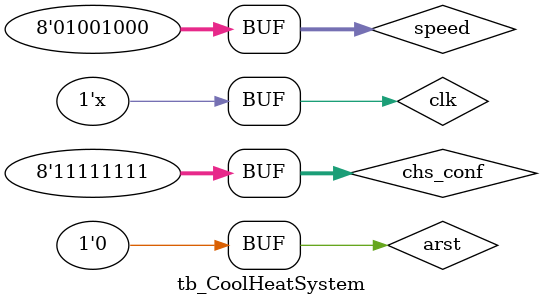
<source format=v>
`timescale 1ns / 1ps


module tb_CoolHeatSystem;

	// Inputs
	reg arst;
	reg clk;
	reg [7:0] speed;
	reg [7:0] chs_conf;

	// Outputs
	wire [3:0] chs_power;
	wire chs_mode;
	wire pwm_data;

	// Instantiate the Unit Under Test (UUT)
	CoolHeatSystem uut (
		.arst(arst), 
		.clk(clk), 
		.speed(speed), 
		.chs_conf(chs_conf), 
		.chs_power(chs_power), 
		.chs_mode(chs_mode), 
		.pwm_data(pwm_data)
	);
	
	always #10 clk = ~clk;

	initial begin
		arst = 1;
		clk = 0;
		speed = 8'b1001000;
		chs_conf = 8'b11100010;

		#100;
		
		arst = 0;
		#107;
		arst = 1; 
		#103
		arst = 0;
		chs_conf = 8'b00010110;
		#100
		
		chs_conf = 8'b10101010;
		
		#100
		chs_conf = 8'b0;
		
		#100
		chs_conf = 8'b10000000;
		
		#100
		chs_conf = 8'b11000000;
		
		#100
		chs_conf = 8'b11100000;
		
		#100
		chs_conf = 8'b11110000;
		
		#100
		chs_conf = 8'b11111000;
		
		#100
		chs_conf = 8'b11111100;
		
		#100
		chs_conf = 8'b11111110;
		
		#100
		chs_conf = 8'b11111111;
		
	end
      
endmodule


</source>
